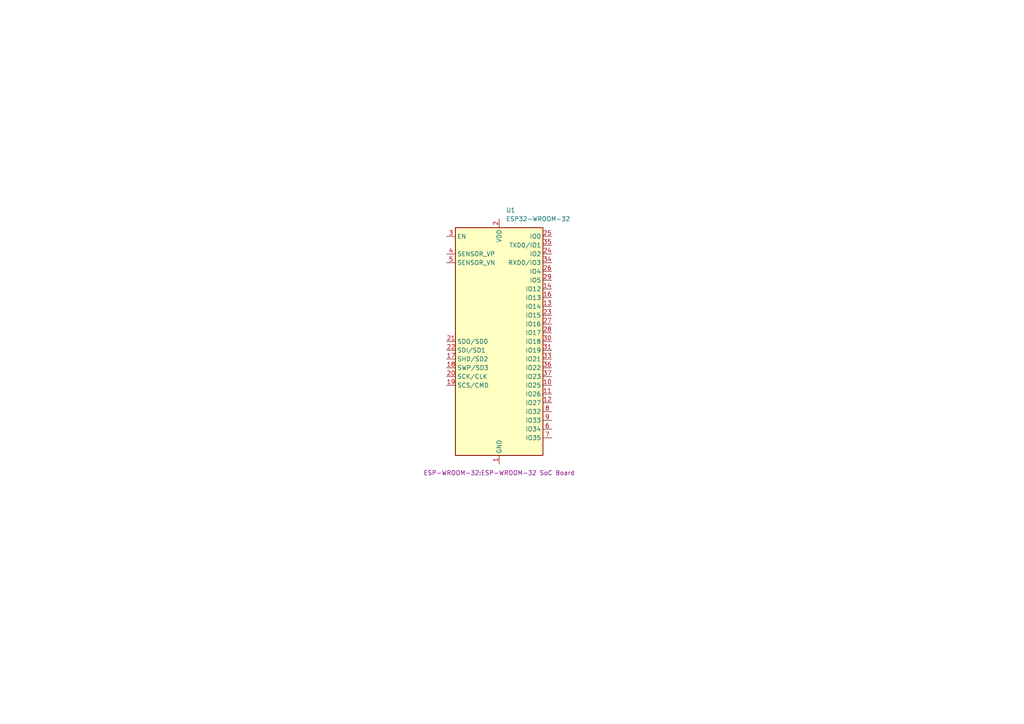
<source format=kicad_sch>
(kicad_sch (version 20230121) (generator eeschema)
  (paper "A4")
  (lib_symbols
    (symbol "RF_Module:ESP32-WROOM-32"
      (property "Reference" "U" (at -12.7 34.29 0))
      (property "Value" "ESP32-WROOM-32" (at 1.27 34.29 0))
      (symbol "ESP32-WROOM-32_0_1"
        (rectangle (start -12.7 33.02) (end 12.7 -33.02) (stroke (width 0.254)) (fill (type background)))
      )
      (symbol "ESP32-WROOM-32_1_1"
        (pin power_in line (at 0 -35.56 90) (length 2.54) (name "GND") (number "1"))
        (pin bidirectional line (at 15.24 -12.7 180) (length 2.54) (name "IO25") (number "10"))
        (pin bidirectional line (at 15.24 -15.24 180) (length 2.54) (name "IO26") (number "11"))
        (pin bidirectional line (at 15.24 -17.78 180) (length 2.54) (name "IO27") (number "12"))
        (pin bidirectional line (at 15.24 10.16 180) (length 2.54) (name "IO14") (number "13"))
        (pin bidirectional line (at 15.24 15.24 180) (length 2.54) (name "IO12") (number "14"))
        (pin passive line (at 0 -35.56 90) (length 2.54) hide (name "GND") (number "15"))
        (pin bidirectional line (at 15.24 12.7 180) (length 2.54) (name "IO13") (number "16"))
        (pin bidirectional line (at -15.24 -5.08 0) (length 2.54) (name "SHD/SD2") (number "17"))
        (pin bidirectional line (at -15.24 -7.62 0) (length 2.54) (name "SWP/SD3") (number "18"))
        (pin bidirectional line (at -15.24 -12.7 0) (length 2.54) (name "SCS/CMD") (number "19"))
        (pin power_in line (at 0 35.56 270) (length 2.54) (name "VDD") (number "2"))
        (pin bidirectional line (at -15.24 -10.16 0) (length 2.54) (name "SCK/CLK") (number "20"))
        (pin bidirectional line (at -15.24 0 0) (length 2.54) (name "SDO/SD0") (number "21"))
        (pin bidirectional line (at -15.24 -2.54 0) (length 2.54) (name "SDI/SD1") (number "22"))
        (pin bidirectional line (at 15.24 7.62 180) (length 2.54) (name "IO15") (number "23"))
        (pin bidirectional line (at 15.24 25.4 180) (length 2.54) (name "IO2") (number "24"))
        (pin bidirectional line (at 15.24 30.48 180) (length 2.54) (name "IO0") (number "25"))
        (pin bidirectional line (at 15.24 20.32 180) (length 2.54) (name "IO4") (number "26"))
        (pin bidirectional line (at 15.24 5.08 180) (length 2.54) (name "IO16") (number "27"))
        (pin bidirectional line (at 15.24 2.54 180) (length 2.54) (name "IO17") (number "28"))
        (pin bidirectional line (at 15.24 17.78 180) (length 2.54) (name "IO5") (number "29"))
        (pin input line (at -15.24 30.48 0) (length 2.54) (name "EN") (number "3"))
        (pin bidirectional line (at 15.24 0 180) (length 2.54) (name "IO18") (number "30"))
        (pin bidirectional line (at 15.24 -2.54 180) (length 2.54) (name "IO19") (number "31"))
        (pin no_connect line (at -12.7 -27.94 0) (length 2.54) hide (name "NC") (number "32"))
        (pin bidirectional line (at 15.24 -5.08 180) (length 2.54) (name "IO21") (number "33"))
        (pin bidirectional line (at 15.24 22.86 180) (length 2.54) (name "RXD0/IO3") (number "34"))
        (pin bidirectional line (at 15.24 27.94 180) (length 2.54) (name "TXD0/IO1") (number "35"))
        (pin bidirectional line (at 15.24 -7.62 180) (length 2.54) (name "IO22") (number "36"))
        (pin bidirectional line (at 15.24 -10.16 180) (length 2.54) (name "IO23") (number "37"))
        (pin passive line (at 0 -35.56 90) (length 2.54) hide (name "GND") (number "38"))
        (pin passive line (at 0 -35.56 90) (length 2.54) hide (name "GND") (number "39"))
        (pin input line (at -15.24 25.4 0) (length 2.54) (name "SENSOR_VP") (number "4"))
        (pin input line (at -15.24 22.86 0) (length 2.54) (name "SENSOR_VN") (number "5"))
        (pin input line (at 15.24 -25.4 180) (length 2.54) (name "IO34") (number "6"))
        (pin input line (at 15.24 -27.94 180) (length 2.54) (name "IO35") (number "7"))
        (pin bidirectional line (at 15.24 -20.32 180) (length 2.54) (name "IO32") (number "8"))
        (pin bidirectional line (at 15.24 -22.86 180) (length 2.54) (name "IO33") (number "9"))
      )
    )
  )
  (symbol (lib_id "RF_Module:ESP32-WROOM-32") (at 144.78 99.06 0) (unit 1)
    (property "Reference" "U1" (at 146.7359 60.96 0) (effects (justify left)))
    (property "Value" "ESP32-WROOM-32" (at 146.7359 63.5 0) (effects (justify left)))
    (property "Footprint" "ESP-WROOM-32:ESP-WROOM-32 SoC Board" (at 144.78 137.16 0))
    (property "Datasheet" "https://www.espressif.com/sites/default/files/documentation/esp32-wroom-32_datasheet_en.pdf" (effects hide))
  )
)
</source>
